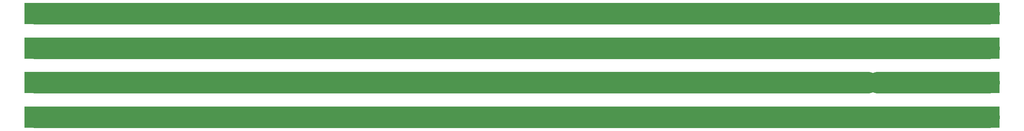
<source format=gbr>
G04 #@! TF.FileFunction,Copper,L2,Bot,Signal*
%FSLAX46Y46*%
G04 Gerber Fmt 4.6, Leading zero omitted, Abs format (unit mm)*
G04 Created by KiCad (PCBNEW 4.0.7-e2-6376~58~ubuntu16.04.1) date Fri Dec 15 23:42:03 2017*
%MOMM*%
%LPD*%
G01*
G04 APERTURE LIST*
%ADD10C,0.100000*%
%ADD11R,5.000000X5.000000*%
%ADD12C,0.600000*%
%ADD13C,0.250000*%
%ADD14C,5.000000*%
G04 APERTURE END LIST*
D10*
D11*
X-110500000Y12000000D03*
X110500000Y4000000D03*
X110500000Y-4000000D03*
X110500000Y-12000000D03*
X110500000Y12000000D03*
X-110500000Y4000000D03*
X-110500000Y-4000000D03*
X-110500000Y-12000000D03*
D12*
X28250000Y12000000D03*
X-28250000Y12000000D03*
X-84750000Y12000000D03*
X84750000Y12000000D03*
X84750000Y4000000D03*
X28250000Y4000000D03*
X-28250000Y4000000D03*
X-84750000Y4000000D03*
X84750000Y-4000000D03*
X28250000Y-4000000D03*
X-28250000Y-4000000D03*
X-84750000Y-4000000D03*
X84750000Y-12000000D03*
X28250000Y-12000000D03*
X-28250000Y-12000000D03*
X-84750000Y-12000000D03*
D13*
X28250000Y12000000D02*
X28000000Y12000000D01*
X28000000Y12000000D02*
X28250000Y12000000D01*
D14*
X-110500000Y12000000D02*
X-84750000Y12000000D01*
X-84750000Y12000000D02*
X-28250000Y12000000D01*
X-28250000Y12000000D02*
X28250000Y12000000D01*
X28250000Y12000000D02*
X28000000Y12000000D01*
X28000000Y12000000D02*
X84750000Y12000000D01*
X84750000Y12000000D02*
X110500000Y12000000D01*
D13*
X-28250000Y4000000D02*
X-28000000Y4000000D01*
X-28000000Y4000000D02*
X-28250000Y4000000D01*
D14*
X110500000Y4000000D02*
X84750000Y4000000D01*
X84750000Y4000000D02*
X28250000Y4000000D01*
X28250000Y4000000D02*
X-28250000Y4000000D01*
X-28250000Y4000000D02*
X-28000000Y4000000D01*
X-28000000Y4000000D02*
X-84750000Y4000000D01*
X-84750000Y4000000D02*
X-110500000Y4000000D01*
D13*
X82500000Y-4000000D02*
X84750000Y-4000000D01*
D14*
X-110500000Y-4000000D02*
X-84750000Y-4000000D01*
X-84750000Y-4000000D02*
X-28250000Y-4000000D01*
X-28250000Y-4000000D02*
X28250000Y-4000000D01*
X28250000Y-4000000D02*
X82500000Y-4000000D01*
X84750000Y-4000000D02*
X110500000Y-4000000D01*
X-110500000Y-12000000D02*
X-84750000Y-12000000D01*
X-84750000Y-12000000D02*
X-28250000Y-12000000D01*
X-28250000Y-12000000D02*
X28250000Y-12000000D01*
X28250000Y-12000000D02*
X84750000Y-12000000D01*
X84750000Y-12000000D02*
X110500000Y-12000000D01*
M02*

</source>
